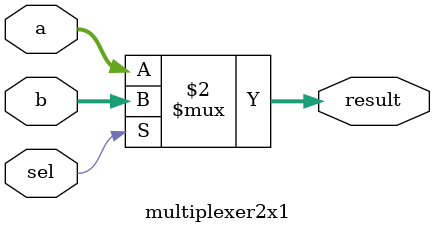
<source format=v>
module multiplexer2x1(
	output reg [31:0]result,
	input wire sel,
	input wire [31:0]a,
	input wire [31:0]b
);

always@(*) begin
	result = sel ? b : a;
end
endmodule



</source>
